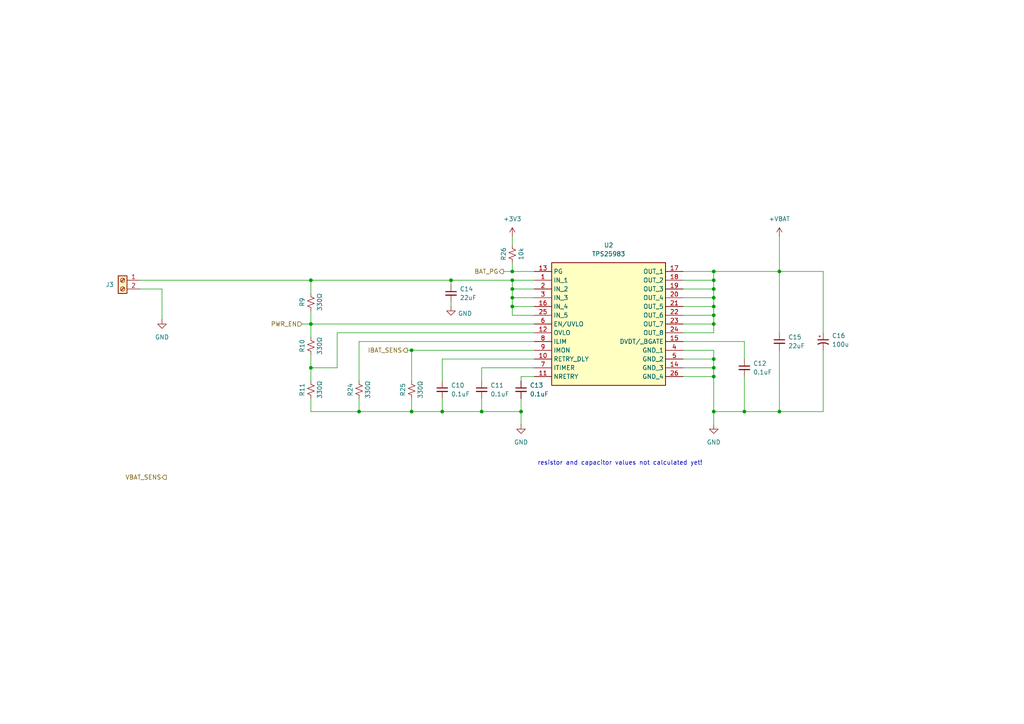
<source format=kicad_sch>
(kicad_sch
	(version 20250114)
	(generator "eeschema")
	(generator_version "9.0")
	(uuid "1f0f4a93-c6cb-4b7a-8cb0-037debc954e5")
	(paper "A4")
	(title_block
		(title "Canard Board")
		(company "Waterloo Rocketry")
		(comment 4 "Processor: See STM Application Note AN5419")
	)
	(lib_symbols
		(symbol "Connector:Screw_Terminal_01x02"
			(pin_names
				(offset 1.016)
				(hide yes)
			)
			(exclude_from_sim no)
			(in_bom yes)
			(on_board yes)
			(property "Reference" "J"
				(at 0 2.54 0)
				(effects
					(font
						(size 1.27 1.27)
					)
				)
			)
			(property "Value" "Screw_Terminal_01x02"
				(at 0 -5.08 0)
				(effects
					(font
						(size 1.27 1.27)
					)
				)
			)
			(property "Footprint" ""
				(at 0 0 0)
				(effects
					(font
						(size 1.27 1.27)
					)
					(hide yes)
				)
			)
			(property "Datasheet" "~"
				(at 0 0 0)
				(effects
					(font
						(size 1.27 1.27)
					)
					(hide yes)
				)
			)
			(property "Description" "Generic screw terminal, single row, 01x02, script generated (kicad-library-utils/schlib/autogen/connector/)"
				(at 0 0 0)
				(effects
					(font
						(size 1.27 1.27)
					)
					(hide yes)
				)
			)
			(property "ki_keywords" "screw terminal"
				(at 0 0 0)
				(effects
					(font
						(size 1.27 1.27)
					)
					(hide yes)
				)
			)
			(property "ki_fp_filters" "TerminalBlock*:*"
				(at 0 0 0)
				(effects
					(font
						(size 1.27 1.27)
					)
					(hide yes)
				)
			)
			(symbol "Screw_Terminal_01x02_1_1"
				(rectangle
					(start -1.27 1.27)
					(end 1.27 -3.81)
					(stroke
						(width 0.254)
						(type default)
					)
					(fill
						(type background)
					)
				)
				(polyline
					(pts
						(xy -0.5334 0.3302) (xy 0.3302 -0.508)
					)
					(stroke
						(width 0.1524)
						(type default)
					)
					(fill
						(type none)
					)
				)
				(polyline
					(pts
						(xy -0.5334 -2.2098) (xy 0.3302 -3.048)
					)
					(stroke
						(width 0.1524)
						(type default)
					)
					(fill
						(type none)
					)
				)
				(polyline
					(pts
						(xy -0.3556 0.508) (xy 0.508 -0.3302)
					)
					(stroke
						(width 0.1524)
						(type default)
					)
					(fill
						(type none)
					)
				)
				(polyline
					(pts
						(xy -0.3556 -2.032) (xy 0.508 -2.8702)
					)
					(stroke
						(width 0.1524)
						(type default)
					)
					(fill
						(type none)
					)
				)
				(circle
					(center 0 0)
					(radius 0.635)
					(stroke
						(width 0.1524)
						(type default)
					)
					(fill
						(type none)
					)
				)
				(circle
					(center 0 -2.54)
					(radius 0.635)
					(stroke
						(width 0.1524)
						(type default)
					)
					(fill
						(type none)
					)
				)
				(pin passive line
					(at -5.08 0 0)
					(length 3.81)
					(name "Pin_1"
						(effects
							(font
								(size 1.27 1.27)
							)
						)
					)
					(number "1"
						(effects
							(font
								(size 1.27 1.27)
							)
						)
					)
				)
				(pin passive line
					(at -5.08 -2.54 0)
					(length 3.81)
					(name "Pin_2"
						(effects
							(font
								(size 1.27 1.27)
							)
						)
					)
					(number "2"
						(effects
							(font
								(size 1.27 1.27)
							)
						)
					)
				)
			)
			(embedded_fonts no)
		)
		(symbol "Device:C_Polarized_Small_US"
			(pin_numbers
				(hide yes)
			)
			(pin_names
				(offset 0.254)
				(hide yes)
			)
			(exclude_from_sim no)
			(in_bom yes)
			(on_board yes)
			(property "Reference" "C"
				(at 0.254 1.778 0)
				(effects
					(font
						(size 1.27 1.27)
					)
					(justify left)
				)
			)
			(property "Value" "C_Polarized_Small_US"
				(at 0.254 -2.032 0)
				(effects
					(font
						(size 1.27 1.27)
					)
					(justify left)
				)
			)
			(property "Footprint" ""
				(at 0 0 0)
				(effects
					(font
						(size 1.27 1.27)
					)
					(hide yes)
				)
			)
			(property "Datasheet" "~"
				(at 0 0 0)
				(effects
					(font
						(size 1.27 1.27)
					)
					(hide yes)
				)
			)
			(property "Description" "Polarized capacitor, small US symbol"
				(at 0 0 0)
				(effects
					(font
						(size 1.27 1.27)
					)
					(hide yes)
				)
			)
			(property "ki_keywords" "cap capacitor"
				(at 0 0 0)
				(effects
					(font
						(size 1.27 1.27)
					)
					(hide yes)
				)
			)
			(property "ki_fp_filters" "CP_*"
				(at 0 0 0)
				(effects
					(font
						(size 1.27 1.27)
					)
					(hide yes)
				)
			)
			(symbol "C_Polarized_Small_US_0_1"
				(polyline
					(pts
						(xy -1.524 0.508) (xy 1.524 0.508)
					)
					(stroke
						(width 0.3048)
						(type default)
					)
					(fill
						(type none)
					)
				)
				(polyline
					(pts
						(xy -1.27 1.524) (xy -0.762 1.524)
					)
					(stroke
						(width 0)
						(type default)
					)
					(fill
						(type none)
					)
				)
				(polyline
					(pts
						(xy -1.016 1.27) (xy -1.016 1.778)
					)
					(stroke
						(width 0)
						(type default)
					)
					(fill
						(type none)
					)
				)
				(arc
					(start -1.524 -0.762)
					(mid 0 -0.3734)
					(end 1.524 -0.762)
					(stroke
						(width 0.3048)
						(type default)
					)
					(fill
						(type none)
					)
				)
			)
			(symbol "C_Polarized_Small_US_1_1"
				(pin passive line
					(at 0 2.54 270)
					(length 2.032)
					(name "~"
						(effects
							(font
								(size 1.27 1.27)
							)
						)
					)
					(number "1"
						(effects
							(font
								(size 1.27 1.27)
							)
						)
					)
				)
				(pin passive line
					(at 0 -2.54 90)
					(length 2.032)
					(name "~"
						(effects
							(font
								(size 1.27 1.27)
							)
						)
					)
					(number "2"
						(effects
							(font
								(size 1.27 1.27)
							)
						)
					)
				)
			)
			(embedded_fonts no)
		)
		(symbol "Device_Custom:C_Small"
			(pin_numbers
				(hide yes)
			)
			(pin_names
				(offset 0.254)
				(hide yes)
			)
			(exclude_from_sim no)
			(in_bom yes)
			(on_board yes)
			(property "Reference" "C"
				(at 0.254 1.778 0)
				(effects
					(font
						(size 1.27 1.27)
					)
					(justify left)
				)
			)
			(property "Value" "C_Small"
				(at 0.254 -2.032 0)
				(effects
					(font
						(size 1.27 1.27)
					)
					(justify left)
				)
			)
			(property "Footprint" ""
				(at 0 0 0)
				(effects
					(font
						(size 1.27 1.27)
					)
					(hide yes)
				)
			)
			(property "Datasheet" "~"
				(at 0 0 0)
				(effects
					(font
						(size 1.27 1.27)
					)
					(hide yes)
				)
			)
			(property "Description" "Unpolarized capacitor, small symbol"
				(at 0 0 0)
				(effects
					(font
						(size 1.27 1.27)
					)
					(hide yes)
				)
			)
			(property "LCSC Part #" ""
				(at 0 0 0)
				(effects
					(font
						(size 1.27 1.27)
					)
					(hide yes)
				)
			)
			(property "ki_keywords" "capacitor cap"
				(at 0 0 0)
				(effects
					(font
						(size 1.27 1.27)
					)
					(hide yes)
				)
			)
			(property "ki_fp_filters" "C_*"
				(at 0 0 0)
				(effects
					(font
						(size 1.27 1.27)
					)
					(hide yes)
				)
			)
			(symbol "C_Small_0_1"
				(polyline
					(pts
						(xy -1.524 0.508) (xy 1.524 0.508)
					)
					(stroke
						(width 0.3048)
						(type default)
					)
					(fill
						(type none)
					)
				)
				(polyline
					(pts
						(xy -1.524 -0.508) (xy 1.524 -0.508)
					)
					(stroke
						(width 0.3302)
						(type default)
					)
					(fill
						(type none)
					)
				)
			)
			(symbol "C_Small_1_1"
				(pin passive line
					(at 0 2.54 270)
					(length 2.032)
					(name "~"
						(effects
							(font
								(size 1.27 1.27)
							)
						)
					)
					(number "1"
						(effects
							(font
								(size 1.27 1.27)
							)
						)
					)
				)
				(pin passive line
					(at 0 -2.54 90)
					(length 2.032)
					(name "~"
						(effects
							(font
								(size 1.27 1.27)
							)
						)
					)
					(number "2"
						(effects
							(font
								(size 1.27 1.27)
							)
						)
					)
				)
			)
			(embedded_fonts no)
		)
		(symbol "Device_Custom:R_Small_US"
			(pin_numbers
				(hide yes)
			)
			(pin_names
				(offset 0.254)
				(hide yes)
			)
			(exclude_from_sim no)
			(in_bom yes)
			(on_board yes)
			(property "Reference" "R"
				(at 0.762 0.508 0)
				(effects
					(font
						(size 1.27 1.27)
					)
					(justify left)
				)
			)
			(property "Value" "R_Small_US"
				(at 0.762 -1.016 0)
				(effects
					(font
						(size 1.27 1.27)
					)
					(justify left)
				)
			)
			(property "Footprint" ""
				(at 0 0 0)
				(effects
					(font
						(size 1.27 1.27)
					)
					(hide yes)
				)
			)
			(property "Datasheet" "~"
				(at 0 0 0)
				(effects
					(font
						(size 1.27 1.27)
					)
					(hide yes)
				)
			)
			(property "Description" "Resistor, small US symbol"
				(at 0 0 0)
				(effects
					(font
						(size 1.27 1.27)
					)
					(hide yes)
				)
			)
			(property "LCSC Part #" ""
				(at 0 0 0)
				(effects
					(font
						(size 1.27 1.27)
					)
					(hide yes)
				)
			)
			(property "ki_keywords" "r resistor"
				(at 0 0 0)
				(effects
					(font
						(size 1.27 1.27)
					)
					(hide yes)
				)
			)
			(property "ki_fp_filters" "R_*"
				(at 0 0 0)
				(effects
					(font
						(size 1.27 1.27)
					)
					(hide yes)
				)
			)
			(symbol "R_Small_US_1_1"
				(polyline
					(pts
						(xy 0 1.524) (xy 1.016 1.143) (xy 0 0.762) (xy -1.016 0.381) (xy 0 0)
					)
					(stroke
						(width 0)
						(type default)
					)
					(fill
						(type none)
					)
				)
				(polyline
					(pts
						(xy 0 0) (xy 1.016 -0.381) (xy 0 -0.762) (xy -1.016 -1.143) (xy 0 -1.524)
					)
					(stroke
						(width 0)
						(type default)
					)
					(fill
						(type none)
					)
				)
				(pin passive line
					(at 0 2.54 270)
					(length 1.016)
					(name "~"
						(effects
							(font
								(size 1.27 1.27)
							)
						)
					)
					(number "1"
						(effects
							(font
								(size 1.27 1.27)
							)
						)
					)
				)
				(pin passive line
					(at 0 -2.54 90)
					(length 1.016)
					(name "~"
						(effects
							(font
								(size 1.27 1.27)
							)
						)
					)
					(number "2"
						(effects
							(font
								(size 1.27 1.27)
							)
						)
					)
				)
			)
			(embedded_fonts no)
		)
		(symbol "canardboard:TPS25983"
			(exclude_from_sim no)
			(in_bom yes)
			(on_board yes)
			(property "Reference" "U"
				(at 17.78 24.13 0)
				(effects
					(font
						(size 1.27 1.27)
					)
					(justify left top)
				)
			)
			(property "Value" "TPS25983"
				(at 17.78 21.59 0)
				(effects
					(font
						(size 1.27 1.27)
					)
					(justify left top)
				)
			)
			(property "Footprint" "TPS259830ONRGER"
				(at 39.37 -94.92 0)
				(effects
					(font
						(size 1.27 1.27)
					)
					(justify left top)
					(hide yes)
				)
			)
			(property "Datasheet" "https://www.ti.com/lit/gpn/tps25983"
				(at 39.37 -194.92 0)
				(effects
					(font
						(size 1.27 1.27)
					)
					(justify left top)
					(hide yes)
				)
			)
			(property "Description" "Hot Swap Voltage Controllers 2.7-V to 26-V, 2.7-mohm 18-A integrated hot-swap eFuse with current monitor and blocking FET driver 24-VQFN -40 to 125"
				(at 0 0 0)
				(effects
					(font
						(size 1.27 1.27)
					)
					(hide yes)
				)
			)
			(property "Height" "1"
				(at 39.37 -394.92 0)
				(effects
					(font
						(size 1.27 1.27)
					)
					(justify left top)
					(hide yes)
				)
			)
			(property "Mouser Part Number" "595-TPS259830ONRGER"
				(at 39.37 -494.92 0)
				(effects
					(font
						(size 1.27 1.27)
					)
					(justify left top)
					(hide yes)
				)
			)
			(property "Mouser Price/Stock" "https://www.mouser.co.uk/ProductDetail/Texas-Instruments/TPS259830ONRGER?qs=ST9lo4GX8V2yYPVZTyti6w%3D%3D"
				(at 39.37 -594.92 0)
				(effects
					(font
						(size 1.27 1.27)
					)
					(justify left top)
					(hide yes)
				)
			)
			(property "Manufacturer_Name" "Texas Instruments"
				(at 39.37 -694.92 0)
				(effects
					(font
						(size 1.27 1.27)
					)
					(justify left top)
					(hide yes)
				)
			)
			(property "Manufacturer_Part_Number" "TPS259830ONRGER"
				(at 39.37 -794.92 0)
				(effects
					(font
						(size 1.27 1.27)
					)
					(justify left top)
					(hide yes)
				)
			)
			(symbol "TPS25983_1_1"
				(rectangle
					(start -16.51 19.05)
					(end 16.51 -16.51)
					(stroke
						(width 0.254)
						(type default)
					)
					(fill
						(type background)
					)
				)
				(pin passive line
					(at -21.59 16.51 0)
					(length 5.08)
					(name "PG"
						(effects
							(font
								(size 1.27 1.27)
							)
						)
					)
					(number "13"
						(effects
							(font
								(size 1.27 1.27)
							)
						)
					)
				)
				(pin passive line
					(at -21.59 13.97 0)
					(length 5.08)
					(name "IN_1"
						(effects
							(font
								(size 1.27 1.27)
							)
						)
					)
					(number "1"
						(effects
							(font
								(size 1.27 1.27)
							)
						)
					)
				)
				(pin passive line
					(at -21.59 11.43 0)
					(length 5.08)
					(name "IN_2"
						(effects
							(font
								(size 1.27 1.27)
							)
						)
					)
					(number "2"
						(effects
							(font
								(size 1.27 1.27)
							)
						)
					)
				)
				(pin passive line
					(at -21.59 8.89 0)
					(length 5.08)
					(name "IN_3"
						(effects
							(font
								(size 1.27 1.27)
							)
						)
					)
					(number "3"
						(effects
							(font
								(size 1.27 1.27)
							)
						)
					)
				)
				(pin passive line
					(at -21.59 6.35 0)
					(length 5.08)
					(name "IN_4"
						(effects
							(font
								(size 1.27 1.27)
							)
						)
					)
					(number "16"
						(effects
							(font
								(size 1.27 1.27)
							)
						)
					)
				)
				(pin passive line
					(at -21.59 3.81 0)
					(length 5.08)
					(name "IN_5"
						(effects
							(font
								(size 1.27 1.27)
							)
						)
					)
					(number "25"
						(effects
							(font
								(size 1.27 1.27)
							)
						)
					)
				)
				(pin passive line
					(at -21.59 1.27 0)
					(length 5.08)
					(name "EN/UVLO"
						(effects
							(font
								(size 1.27 1.27)
							)
						)
					)
					(number "6"
						(effects
							(font
								(size 1.27 1.27)
							)
						)
					)
				)
				(pin passive line
					(at -21.59 -1.27 0)
					(length 5.08)
					(name "OVLO"
						(effects
							(font
								(size 1.27 1.27)
							)
						)
					)
					(number "12"
						(effects
							(font
								(size 1.27 1.27)
							)
						)
					)
				)
				(pin passive line
					(at -21.59 -3.81 0)
					(length 5.08)
					(name "ILIM"
						(effects
							(font
								(size 1.27 1.27)
							)
						)
					)
					(number "8"
						(effects
							(font
								(size 1.27 1.27)
							)
						)
					)
				)
				(pin passive line
					(at -21.59 -6.35 0)
					(length 5.08)
					(name "IMON"
						(effects
							(font
								(size 1.27 1.27)
							)
						)
					)
					(number "9"
						(effects
							(font
								(size 1.27 1.27)
							)
						)
					)
				)
				(pin passive line
					(at -21.59 -8.89 0)
					(length 5.08)
					(name "RETRY_DLY"
						(effects
							(font
								(size 1.27 1.27)
							)
						)
					)
					(number "10"
						(effects
							(font
								(size 1.27 1.27)
							)
						)
					)
				)
				(pin passive line
					(at -21.59 -11.43 0)
					(length 5.08)
					(name "ITIMER"
						(effects
							(font
								(size 1.27 1.27)
							)
						)
					)
					(number "7"
						(effects
							(font
								(size 1.27 1.27)
							)
						)
					)
				)
				(pin passive line
					(at -21.59 -13.97 0)
					(length 5.08)
					(name "NRETRY"
						(effects
							(font
								(size 1.27 1.27)
							)
						)
					)
					(number "11"
						(effects
							(font
								(size 1.27 1.27)
							)
						)
					)
				)
				(pin passive line
					(at 21.59 16.51 180)
					(length 5.08)
					(name "OUT_1"
						(effects
							(font
								(size 1.27 1.27)
							)
						)
					)
					(number "17"
						(effects
							(font
								(size 1.27 1.27)
							)
						)
					)
				)
				(pin passive line
					(at 21.59 13.97 180)
					(length 5.08)
					(name "OUT_2"
						(effects
							(font
								(size 1.27 1.27)
							)
						)
					)
					(number "18"
						(effects
							(font
								(size 1.27 1.27)
							)
						)
					)
				)
				(pin passive line
					(at 21.59 11.43 180)
					(length 5.08)
					(name "OUT_3"
						(effects
							(font
								(size 1.27 1.27)
							)
						)
					)
					(number "19"
						(effects
							(font
								(size 1.27 1.27)
							)
						)
					)
				)
				(pin passive line
					(at 21.59 8.89 180)
					(length 5.08)
					(name "OUT_4"
						(effects
							(font
								(size 1.27 1.27)
							)
						)
					)
					(number "20"
						(effects
							(font
								(size 1.27 1.27)
							)
						)
					)
				)
				(pin passive line
					(at 21.59 6.35 180)
					(length 5.08)
					(name "OUT_5"
						(effects
							(font
								(size 1.27 1.27)
							)
						)
					)
					(number "21"
						(effects
							(font
								(size 1.27 1.27)
							)
						)
					)
				)
				(pin passive line
					(at 21.59 3.81 180)
					(length 5.08)
					(name "OUT_6"
						(effects
							(font
								(size 1.27 1.27)
							)
						)
					)
					(number "22"
						(effects
							(font
								(size 1.27 1.27)
							)
						)
					)
				)
				(pin passive line
					(at 21.59 1.27 180)
					(length 5.08)
					(name "OUT_7"
						(effects
							(font
								(size 1.27 1.27)
							)
						)
					)
					(number "23"
						(effects
							(font
								(size 1.27 1.27)
							)
						)
					)
				)
				(pin passive line
					(at 21.59 -1.27 180)
					(length 5.08)
					(name "OUT_8"
						(effects
							(font
								(size 1.27 1.27)
							)
						)
					)
					(number "24"
						(effects
							(font
								(size 1.27 1.27)
							)
						)
					)
				)
				(pin passive line
					(at 21.59 -3.81 180)
					(length 5.08)
					(name "DVDT/_BGATE"
						(effects
							(font
								(size 1.27 1.27)
							)
						)
					)
					(number "15"
						(effects
							(font
								(size 1.27 1.27)
							)
						)
					)
				)
				(pin passive line
					(at 21.59 -6.35 180)
					(length 5.08)
					(name "GND_1"
						(effects
							(font
								(size 1.27 1.27)
							)
						)
					)
					(number "4"
						(effects
							(font
								(size 1.27 1.27)
							)
						)
					)
				)
				(pin passive line
					(at 21.59 -8.89 180)
					(length 5.08)
					(name "GND_2"
						(effects
							(font
								(size 1.27 1.27)
							)
						)
					)
					(number "5"
						(effects
							(font
								(size 1.27 1.27)
							)
						)
					)
				)
				(pin passive line
					(at 21.59 -11.43 180)
					(length 5.08)
					(name "GND_3"
						(effects
							(font
								(size 1.27 1.27)
							)
						)
					)
					(number "14"
						(effects
							(font
								(size 1.27 1.27)
							)
						)
					)
				)
				(pin passive line
					(at 21.59 -13.97 180)
					(length 5.08)
					(name "GND_4"
						(effects
							(font
								(size 1.27 1.27)
							)
						)
					)
					(number "26"
						(effects
							(font
								(size 1.27 1.27)
							)
						)
					)
				)
			)
			(embedded_fonts no)
		)
		(symbol "power:+3V3"
			(power)
			(pin_numbers
				(hide yes)
			)
			(pin_names
				(offset 0)
				(hide yes)
			)
			(exclude_from_sim no)
			(in_bom yes)
			(on_board yes)
			(property "Reference" "#PWR"
				(at 0 -3.81 0)
				(effects
					(font
						(size 1.27 1.27)
					)
					(hide yes)
				)
			)
			(property "Value" "+3V3"
				(at 0 3.556 0)
				(effects
					(font
						(size 1.27 1.27)
					)
				)
			)
			(property "Footprint" ""
				(at 0 0 0)
				(effects
					(font
						(size 1.27 1.27)
					)
					(hide yes)
				)
			)
			(property "Datasheet" ""
				(at 0 0 0)
				(effects
					(font
						(size 1.27 1.27)
					)
					(hide yes)
				)
			)
			(property "Description" "Power symbol creates a global label with name \"+3V3\""
				(at 0 0 0)
				(effects
					(font
						(size 1.27 1.27)
					)
					(hide yes)
				)
			)
			(property "ki_keywords" "global power"
				(at 0 0 0)
				(effects
					(font
						(size 1.27 1.27)
					)
					(hide yes)
				)
			)
			(symbol "+3V3_0_1"
				(polyline
					(pts
						(xy -0.762 1.27) (xy 0 2.54)
					)
					(stroke
						(width 0)
						(type default)
					)
					(fill
						(type none)
					)
				)
				(polyline
					(pts
						(xy 0 2.54) (xy 0.762 1.27)
					)
					(stroke
						(width 0)
						(type default)
					)
					(fill
						(type none)
					)
				)
				(polyline
					(pts
						(xy 0 0) (xy 0 2.54)
					)
					(stroke
						(width 0)
						(type default)
					)
					(fill
						(type none)
					)
				)
			)
			(symbol "+3V3_1_1"
				(pin power_in line
					(at 0 0 90)
					(length 0)
					(name "~"
						(effects
							(font
								(size 1.27 1.27)
							)
						)
					)
					(number "1"
						(effects
							(font
								(size 1.27 1.27)
							)
						)
					)
				)
			)
			(embedded_fonts no)
		)
		(symbol "power:GND"
			(power)
			(pin_numbers
				(hide yes)
			)
			(pin_names
				(offset 0)
				(hide yes)
			)
			(exclude_from_sim no)
			(in_bom yes)
			(on_board yes)
			(property "Reference" "#PWR"
				(at 0 -6.35 0)
				(effects
					(font
						(size 1.27 1.27)
					)
					(hide yes)
				)
			)
			(property "Value" "GND"
				(at 0 -3.81 0)
				(effects
					(font
						(size 1.27 1.27)
					)
				)
			)
			(property "Footprint" ""
				(at 0 0 0)
				(effects
					(font
						(size 1.27 1.27)
					)
					(hide yes)
				)
			)
			(property "Datasheet" ""
				(at 0 0 0)
				(effects
					(font
						(size 1.27 1.27)
					)
					(hide yes)
				)
			)
			(property "Description" "Power symbol creates a global label with name \"GND\" , ground"
				(at 0 0 0)
				(effects
					(font
						(size 1.27 1.27)
					)
					(hide yes)
				)
			)
			(property "ki_keywords" "global power"
				(at 0 0 0)
				(effects
					(font
						(size 1.27 1.27)
					)
					(hide yes)
				)
			)
			(symbol "GND_0_1"
				(polyline
					(pts
						(xy 0 0) (xy 0 -1.27) (xy 1.27 -1.27) (xy 0 -2.54) (xy -1.27 -1.27) (xy 0 -1.27)
					)
					(stroke
						(width 0)
						(type default)
					)
					(fill
						(type none)
					)
				)
			)
			(symbol "GND_1_1"
				(pin power_in line
					(at 0 0 270)
					(length 0)
					(name "~"
						(effects
							(font
								(size 1.27 1.27)
							)
						)
					)
					(number "1"
						(effects
							(font
								(size 1.27 1.27)
							)
						)
					)
				)
			)
			(embedded_fonts no)
		)
	)
	(text "resistor and capacitor values not calculated yet!"
		(exclude_from_sim no)
		(at 179.832 134.366 0)
		(effects
			(font
				(size 1.27 1.27)
			)
		)
		(uuid "0ff316d0-12e7-43f6-a681-1b8ed77ffec9")
	)
	(junction
		(at 128.27 119.38)
		(diameter 0)
		(color 0 0 0 0)
		(uuid "0788ab7f-419e-429a-8484-4b0a64a14126")
	)
	(junction
		(at 119.38 119.38)
		(diameter 0)
		(color 0 0 0 0)
		(uuid "0c0b6efc-c851-42e7-82ae-e4d09b79dcdc")
	)
	(junction
		(at 90.17 106.68)
		(diameter 0)
		(color 0 0 0 0)
		(uuid "0cc9307e-2966-4434-b6b7-a86e436e4ecc")
	)
	(junction
		(at 148.59 86.36)
		(diameter 0)
		(color 0 0 0 0)
		(uuid "0d955e82-9509-4c31-bfcf-425d037897f6")
	)
	(junction
		(at 104.14 119.38)
		(diameter 0)
		(color 0 0 0 0)
		(uuid "13ca6371-5012-4d94-89ef-a885ecf5b112")
	)
	(junction
		(at 90.17 93.98)
		(diameter 0)
		(color 0 0 0 0)
		(uuid "23eb7ccc-f6c8-47d7-b5c7-cd1fee012684")
	)
	(junction
		(at 226.06 78.74)
		(diameter 0)
		(color 0 0 0 0)
		(uuid "242e2571-5cf1-4950-aeff-15f57316a030")
	)
	(junction
		(at 207.01 81.28)
		(diameter 0)
		(color 0 0 0 0)
		(uuid "25ef312e-d099-4f6d-983b-34551e0323a3")
	)
	(junction
		(at 119.38 101.6)
		(diameter 0)
		(color 0 0 0 0)
		(uuid "2f9f5cea-e566-4643-97aa-24c3a27d3b5b")
	)
	(junction
		(at 139.7 119.38)
		(diameter 0)
		(color 0 0 0 0)
		(uuid "3e9ef96d-9105-4bfc-b918-2b58aef298de")
	)
	(junction
		(at 148.59 78.74)
		(diameter 0)
		(color 0 0 0 0)
		(uuid "48e9534c-e206-463d-91da-3a2f8d37b8e6")
	)
	(junction
		(at 207.01 78.74)
		(diameter 0)
		(color 0 0 0 0)
		(uuid "4af0ce08-30d4-4ae3-95b6-03bfc4c083ae")
	)
	(junction
		(at 207.01 83.82)
		(diameter 0)
		(color 0 0 0 0)
		(uuid "511163f9-2a6e-43bd-8158-bc17cf0e55cb")
	)
	(junction
		(at 90.17 81.28)
		(diameter 0)
		(color 0 0 0 0)
		(uuid "6b8e2978-3ba7-4939-be83-09e21cda999c")
	)
	(junction
		(at 207.01 119.38)
		(diameter 0)
		(color 0 0 0 0)
		(uuid "6ebedead-88fe-444f-bf32-84760e774ba3")
	)
	(junction
		(at 226.06 119.38)
		(diameter 0)
		(color 0 0 0 0)
		(uuid "85ab6587-7dd4-4668-9193-f2bd6f808101")
	)
	(junction
		(at 207.01 86.36)
		(diameter 0)
		(color 0 0 0 0)
		(uuid "871ed1ba-1193-4cd5-82a3-fba530fd9fe3")
	)
	(junction
		(at 207.01 91.44)
		(diameter 0)
		(color 0 0 0 0)
		(uuid "8aa30fc6-a52b-45d2-a21c-2a052e490c52")
	)
	(junction
		(at 148.59 88.9)
		(diameter 0)
		(color 0 0 0 0)
		(uuid "8bc601b8-7b1a-4fbf-8341-9487260c0bc5")
	)
	(junction
		(at 215.9 119.38)
		(diameter 0)
		(color 0 0 0 0)
		(uuid "8ea79f00-08fc-4cf4-8732-74e178cf5c90")
	)
	(junction
		(at 148.59 83.82)
		(diameter 0)
		(color 0 0 0 0)
		(uuid "996ad394-9de0-4ef3-adf7-b71db154df60")
	)
	(junction
		(at 148.59 81.28)
		(diameter 0)
		(color 0 0 0 0)
		(uuid "a884a178-12bb-4a07-b9d8-5364ccfc3b1c")
	)
	(junction
		(at 207.01 93.98)
		(diameter 0)
		(color 0 0 0 0)
		(uuid "a978703f-4bda-49b9-a769-28637c388df7")
	)
	(junction
		(at 207.01 109.22)
		(diameter 0)
		(color 0 0 0 0)
		(uuid "b966916e-ca79-44cc-a217-55b5036ff825")
	)
	(junction
		(at 151.13 119.38)
		(diameter 0)
		(color 0 0 0 0)
		(uuid "c2d102a8-a009-4d85-a775-da7f2fe3603d")
	)
	(junction
		(at 207.01 104.14)
		(diameter 0)
		(color 0 0 0 0)
		(uuid "c320e287-997b-439c-bde8-d25a68ef2fc6")
	)
	(junction
		(at 130.81 81.28)
		(diameter 0)
		(color 0 0 0 0)
		(uuid "df9156f2-b021-404f-ab3d-e96aa9032ded")
	)
	(junction
		(at 207.01 88.9)
		(diameter 0)
		(color 0 0 0 0)
		(uuid "e64ddb2d-67af-4c48-a3c6-e1d7b0d000c3")
	)
	(junction
		(at 207.01 106.68)
		(diameter 0)
		(color 0 0 0 0)
		(uuid "f60db8f8-c5f6-4f73-ad9f-46276f02d480")
	)
	(wire
		(pts
			(xy 40.64 81.28) (xy 90.17 81.28)
		)
		(stroke
			(width 0)
			(type default)
		)
		(uuid "017d3068-42ea-4fbb-b0a8-c9980bb84c79")
	)
	(wire
		(pts
			(xy 104.14 99.06) (xy 154.94 99.06)
		)
		(stroke
			(width 0)
			(type default)
		)
		(uuid "0f6918c1-27f5-4e37-9d95-249df57fe8bc")
	)
	(wire
		(pts
			(xy 207.01 88.9) (xy 207.01 86.36)
		)
		(stroke
			(width 0)
			(type default)
		)
		(uuid "11c8e30c-d12a-4fff-b47b-7c755b9297b9")
	)
	(wire
		(pts
			(xy 148.59 68.58) (xy 148.59 71.12)
		)
		(stroke
			(width 0)
			(type default)
		)
		(uuid "11d44fbf-ebfc-4ba9-bc8f-d940d93ddfdf")
	)
	(wire
		(pts
			(xy 226.06 68.58) (xy 226.06 78.74)
		)
		(stroke
			(width 0)
			(type default)
		)
		(uuid "133f4cf3-8257-4443-92f6-07110d7d6cfe")
	)
	(wire
		(pts
			(xy 198.12 93.98) (xy 207.01 93.98)
		)
		(stroke
			(width 0)
			(type default)
		)
		(uuid "1350e812-7d92-4d52-a1ca-63cb0bc81de7")
	)
	(wire
		(pts
			(xy 198.12 99.06) (xy 215.9 99.06)
		)
		(stroke
			(width 0)
			(type default)
		)
		(uuid "19038807-b122-44c9-852c-ca1d00081518")
	)
	(wire
		(pts
			(xy 148.59 76.2) (xy 148.59 78.74)
		)
		(stroke
			(width 0)
			(type default)
		)
		(uuid "19aa1bbe-9a85-495c-9429-34167ea597f2")
	)
	(wire
		(pts
			(xy 154.94 96.52) (xy 97.79 96.52)
		)
		(stroke
			(width 0)
			(type default)
		)
		(uuid "22ae7cc6-9f4f-4dc1-b102-fd2f07f14d1f")
	)
	(wire
		(pts
			(xy 139.7 115.57) (xy 139.7 119.38)
		)
		(stroke
			(width 0)
			(type default)
		)
		(uuid "256763d4-827d-4963-b669-9ab013fe7918")
	)
	(wire
		(pts
			(xy 104.14 119.38) (xy 90.17 119.38)
		)
		(stroke
			(width 0)
			(type default)
		)
		(uuid "28106497-91e4-4440-a951-715df128a41a")
	)
	(wire
		(pts
			(xy 198.12 96.52) (xy 207.01 96.52)
		)
		(stroke
			(width 0)
			(type default)
		)
		(uuid "29580d53-c46d-459f-9671-0a52b90cd346")
	)
	(wire
		(pts
			(xy 97.79 106.68) (xy 90.17 106.68)
		)
		(stroke
			(width 0)
			(type default)
		)
		(uuid "2e5dce78-88b0-4511-80cd-011f25997627")
	)
	(wire
		(pts
			(xy 90.17 93.98) (xy 90.17 97.79)
		)
		(stroke
			(width 0)
			(type default)
		)
		(uuid "31fe603c-e1d0-4ed5-ae01-fe0ce72d80e2")
	)
	(wire
		(pts
			(xy 154.94 83.82) (xy 148.59 83.82)
		)
		(stroke
			(width 0)
			(type default)
		)
		(uuid "382b0eca-96d5-4d48-b9a9-982ea648748c")
	)
	(wire
		(pts
			(xy 207.01 78.74) (xy 226.06 78.74)
		)
		(stroke
			(width 0)
			(type default)
		)
		(uuid "38946d4d-bf51-4874-ba3e-1cafe39614e8")
	)
	(wire
		(pts
			(xy 90.17 81.28) (xy 90.17 85.09)
		)
		(stroke
			(width 0)
			(type default)
		)
		(uuid "435820d7-2889-4b82-b7b2-5125bbab4272")
	)
	(wire
		(pts
			(xy 139.7 106.68) (xy 139.7 110.49)
		)
		(stroke
			(width 0)
			(type default)
		)
		(uuid "450425d3-5b35-4ada-9f7b-2325e04cb988")
	)
	(wire
		(pts
			(xy 128.27 104.14) (xy 154.94 104.14)
		)
		(stroke
			(width 0)
			(type default)
		)
		(uuid "46728714-2bd6-44e5-970b-1b19a88cc963")
	)
	(wire
		(pts
			(xy 130.81 81.28) (xy 130.81 82.55)
		)
		(stroke
			(width 0)
			(type default)
		)
		(uuid "477cb9d6-98e6-41a7-9ec9-ab3c3138786c")
	)
	(wire
		(pts
			(xy 198.12 104.14) (xy 207.01 104.14)
		)
		(stroke
			(width 0)
			(type default)
		)
		(uuid "481732cd-fe8c-4031-a39e-04ce98fd5ca8")
	)
	(wire
		(pts
			(xy 40.64 83.82) (xy 46.99 83.82)
		)
		(stroke
			(width 0)
			(type default)
		)
		(uuid "490a229b-c680-42f4-b48d-f39de7d363dc")
	)
	(wire
		(pts
			(xy 238.76 101.6) (xy 238.76 119.38)
		)
		(stroke
			(width 0)
			(type default)
		)
		(uuid "4947fcaa-404b-4725-a107-bf638bb4eaf3")
	)
	(wire
		(pts
			(xy 154.94 88.9) (xy 148.59 88.9)
		)
		(stroke
			(width 0)
			(type default)
		)
		(uuid "49672678-8235-4a9f-b98d-e8b86d1c0d87")
	)
	(wire
		(pts
			(xy 87.63 93.98) (xy 90.17 93.98)
		)
		(stroke
			(width 0)
			(type default)
		)
		(uuid "4e08b705-0903-46e9-8983-100f2d456a5f")
	)
	(wire
		(pts
			(xy 119.38 115.57) (xy 119.38 119.38)
		)
		(stroke
			(width 0)
			(type default)
		)
		(uuid "4e7436d6-fa24-4674-969b-90b1b5f094d7")
	)
	(wire
		(pts
			(xy 215.9 119.38) (xy 207.01 119.38)
		)
		(stroke
			(width 0)
			(type default)
		)
		(uuid "4ff69673-e8ea-4628-9b24-e93bc5a5fd60")
	)
	(wire
		(pts
			(xy 154.94 86.36) (xy 148.59 86.36)
		)
		(stroke
			(width 0)
			(type default)
		)
		(uuid "50753812-c104-4623-a2a9-51c143336cea")
	)
	(wire
		(pts
			(xy 198.12 91.44) (xy 207.01 91.44)
		)
		(stroke
			(width 0)
			(type default)
		)
		(uuid "518ba87d-ebf6-4331-bb25-8af2ac5f86e6")
	)
	(wire
		(pts
			(xy 146.05 78.74) (xy 148.59 78.74)
		)
		(stroke
			(width 0)
			(type default)
		)
		(uuid "51db51b0-dff1-4197-876a-9482238c4960")
	)
	(wire
		(pts
			(xy 139.7 119.38) (xy 128.27 119.38)
		)
		(stroke
			(width 0)
			(type default)
		)
		(uuid "546ff847-158f-4368-8f99-fed439953c7b")
	)
	(wire
		(pts
			(xy 238.76 119.38) (xy 226.06 119.38)
		)
		(stroke
			(width 0)
			(type default)
		)
		(uuid "55066a54-8bea-456f-ba1c-818b49e0f890")
	)
	(wire
		(pts
			(xy 207.01 106.68) (xy 207.01 109.22)
		)
		(stroke
			(width 0)
			(type default)
		)
		(uuid "56470bf4-b602-45c4-a1a4-296e0a063199")
	)
	(wire
		(pts
			(xy 128.27 115.57) (xy 128.27 119.38)
		)
		(stroke
			(width 0)
			(type default)
		)
		(uuid "5a3d86ea-21c8-438c-b607-bab23c375e2c")
	)
	(wire
		(pts
			(xy 154.94 91.44) (xy 148.59 91.44)
		)
		(stroke
			(width 0)
			(type default)
		)
		(uuid "63c3709e-3b9d-484e-bb31-afac1633e1d1")
	)
	(wire
		(pts
			(xy 151.13 109.22) (xy 151.13 110.49)
		)
		(stroke
			(width 0)
			(type default)
		)
		(uuid "64fd171b-4d85-4eeb-a741-2e76e39c560c")
	)
	(wire
		(pts
			(xy 46.99 83.82) (xy 46.99 92.71)
		)
		(stroke
			(width 0)
			(type default)
		)
		(uuid "6ab6322c-574c-47dd-bf6c-4c521a6207b5")
	)
	(wire
		(pts
			(xy 207.01 104.14) (xy 207.01 106.68)
		)
		(stroke
			(width 0)
			(type default)
		)
		(uuid "6d722cea-bcd8-48cc-a519-0e114c8dbd91")
	)
	(wire
		(pts
			(xy 238.76 78.74) (xy 226.06 78.74)
		)
		(stroke
			(width 0)
			(type default)
		)
		(uuid "6f85d7cb-0da6-49b3-97cc-e92b003d4acd")
	)
	(wire
		(pts
			(xy 148.59 81.28) (xy 154.94 81.28)
		)
		(stroke
			(width 0)
			(type default)
		)
		(uuid "71449234-6c9c-4d73-a967-fa52df750f23")
	)
	(wire
		(pts
			(xy 207.01 109.22) (xy 207.01 119.38)
		)
		(stroke
			(width 0)
			(type default)
		)
		(uuid "741d0e62-94c2-42da-a046-8b17a8e9a8f6")
	)
	(wire
		(pts
			(xy 119.38 110.49) (xy 119.38 101.6)
		)
		(stroke
			(width 0)
			(type default)
		)
		(uuid "74927069-14a7-4842-97dd-d571df152c2d")
	)
	(wire
		(pts
			(xy 154.94 78.74) (xy 148.59 78.74)
		)
		(stroke
			(width 0)
			(type default)
		)
		(uuid "76fb7563-e536-456c-9219-d0efb9b69379")
	)
	(wire
		(pts
			(xy 215.9 119.38) (xy 226.06 119.38)
		)
		(stroke
			(width 0)
			(type default)
		)
		(uuid "778a908e-ffa1-456b-ab27-8c4a15bffad9")
	)
	(wire
		(pts
			(xy 119.38 101.6) (xy 154.94 101.6)
		)
		(stroke
			(width 0)
			(type default)
		)
		(uuid "78ce9427-0ac4-49b3-a544-47588f63cfff")
	)
	(wire
		(pts
			(xy 198.12 83.82) (xy 207.01 83.82)
		)
		(stroke
			(width 0)
			(type default)
		)
		(uuid "79e87bd4-ce9d-478c-878e-eb93d4f18ee9")
	)
	(wire
		(pts
			(xy 215.9 109.22) (xy 215.9 119.38)
		)
		(stroke
			(width 0)
			(type default)
		)
		(uuid "7a6d69b8-58d2-456a-9c59-b74fab79ba90")
	)
	(wire
		(pts
			(xy 148.59 91.44) (xy 148.59 88.9)
		)
		(stroke
			(width 0)
			(type default)
		)
		(uuid "7d3707f3-5ffb-43bb-90bd-e51c0e017fa2")
	)
	(wire
		(pts
			(xy 238.76 96.52) (xy 238.76 78.74)
		)
		(stroke
			(width 0)
			(type default)
		)
		(uuid "80aa141b-00ec-4d71-a252-2817ee298031")
	)
	(wire
		(pts
			(xy 207.01 81.28) (xy 207.01 78.74)
		)
		(stroke
			(width 0)
			(type default)
		)
		(uuid "813a12ef-c522-4f27-9532-bcfc6ade2ede")
	)
	(wire
		(pts
			(xy 207.01 91.44) (xy 207.01 88.9)
		)
		(stroke
			(width 0)
			(type default)
		)
		(uuid "85b6c193-dab9-49d1-a670-d24727a9d399")
	)
	(wire
		(pts
			(xy 207.01 78.74) (xy 198.12 78.74)
		)
		(stroke
			(width 0)
			(type default)
		)
		(uuid "86139769-e09a-4d82-9396-ec9b8af5c440")
	)
	(wire
		(pts
			(xy 207.01 96.52) (xy 207.01 93.98)
		)
		(stroke
			(width 0)
			(type default)
		)
		(uuid "870ad415-f9e6-46e1-8b5c-1e7c74940268")
	)
	(wire
		(pts
			(xy 90.17 93.98) (xy 154.94 93.98)
		)
		(stroke
			(width 0)
			(type default)
		)
		(uuid "8761ace2-3e3e-4745-aaa4-80563825ba1c")
	)
	(wire
		(pts
			(xy 207.01 119.38) (xy 207.01 123.19)
		)
		(stroke
			(width 0)
			(type default)
		)
		(uuid "8f2990fb-4758-461d-8e3f-531a90f9d269")
	)
	(wire
		(pts
			(xy 151.13 119.38) (xy 151.13 123.19)
		)
		(stroke
			(width 0)
			(type default)
		)
		(uuid "9120b2eb-54dd-472f-be86-d24a1fd865bf")
	)
	(wire
		(pts
			(xy 148.59 81.28) (xy 148.59 83.82)
		)
		(stroke
			(width 0)
			(type default)
		)
		(uuid "929c4e8c-16bb-4b50-b603-f73a1a7c10b3")
	)
	(wire
		(pts
			(xy 207.01 93.98) (xy 207.01 91.44)
		)
		(stroke
			(width 0)
			(type default)
		)
		(uuid "92f82ef4-a7eb-480c-9ef6-c3ddc245152d")
	)
	(wire
		(pts
			(xy 90.17 90.17) (xy 90.17 93.98)
		)
		(stroke
			(width 0)
			(type default)
		)
		(uuid "934e5458-8847-4287-ab27-75e63d12489c")
	)
	(wire
		(pts
			(xy 207.01 86.36) (xy 207.01 83.82)
		)
		(stroke
			(width 0)
			(type default)
		)
		(uuid "954d1741-2e62-4d78-8797-4012b970ff6b")
	)
	(wire
		(pts
			(xy 130.81 87.63) (xy 130.81 88.9)
		)
		(stroke
			(width 0)
			(type default)
		)
		(uuid "96e9412e-f3a2-4774-8feb-6ed7f8a1c90f")
	)
	(wire
		(pts
			(xy 90.17 81.28) (xy 130.81 81.28)
		)
		(stroke
			(width 0)
			(type default)
		)
		(uuid "9b0c7548-06bf-44d5-87a7-9a6695ec3d01")
	)
	(wire
		(pts
			(xy 151.13 119.38) (xy 139.7 119.38)
		)
		(stroke
			(width 0)
			(type default)
		)
		(uuid "9f222eb4-b5ce-48d1-b98d-d909696efa81")
	)
	(wire
		(pts
			(xy 148.59 86.36) (xy 148.59 88.9)
		)
		(stroke
			(width 0)
			(type default)
		)
		(uuid "a1cda598-55b9-41fe-bcfa-67fca91ae1a6")
	)
	(wire
		(pts
			(xy 198.12 109.22) (xy 207.01 109.22)
		)
		(stroke
			(width 0)
			(type default)
		)
		(uuid "a74fb539-c4fe-4193-a3fc-2ca8426bc24f")
	)
	(wire
		(pts
			(xy 215.9 99.06) (xy 215.9 104.14)
		)
		(stroke
			(width 0)
			(type default)
		)
		(uuid "a9260890-c541-4efe-824b-f874e58bfa39")
	)
	(wire
		(pts
			(xy 198.12 86.36) (xy 207.01 86.36)
		)
		(stroke
			(width 0)
			(type default)
		)
		(uuid "acbf3a4f-d11f-481e-907c-c2f2d153c910")
	)
	(wire
		(pts
			(xy 198.12 101.6) (xy 207.01 101.6)
		)
		(stroke
			(width 0)
			(type default)
		)
		(uuid "ad05482c-0e62-4c87-b387-3b5469a86a8e")
	)
	(wire
		(pts
			(xy 207.01 101.6) (xy 207.01 104.14)
		)
		(stroke
			(width 0)
			(type default)
		)
		(uuid "aec09521-1efd-4189-8c55-55cc810d0209")
	)
	(wire
		(pts
			(xy 118.11 101.6) (xy 119.38 101.6)
		)
		(stroke
			(width 0)
			(type default)
		)
		(uuid "b3c6f280-d362-4f71-84cf-7617568f6b8f")
	)
	(wire
		(pts
			(xy 104.14 110.49) (xy 104.14 99.06)
		)
		(stroke
			(width 0)
			(type default)
		)
		(uuid "b92e3fcd-a196-4144-b47d-3154881832fa")
	)
	(wire
		(pts
			(xy 198.12 106.68) (xy 207.01 106.68)
		)
		(stroke
			(width 0)
			(type default)
		)
		(uuid "be583d18-5619-41c6-84fa-fb8417f5ba79")
	)
	(wire
		(pts
			(xy 198.12 81.28) (xy 207.01 81.28)
		)
		(stroke
			(width 0)
			(type default)
		)
		(uuid "c64c4e4f-04e1-4ad4-9b0c-c404e7acae15")
	)
	(wire
		(pts
			(xy 154.94 106.68) (xy 139.7 106.68)
		)
		(stroke
			(width 0)
			(type default)
		)
		(uuid "c78bd020-cb07-4140-9422-057d9f56c329")
	)
	(wire
		(pts
			(xy 151.13 115.57) (xy 151.13 119.38)
		)
		(stroke
			(width 0)
			(type default)
		)
		(uuid "c918e0ef-d90f-4ba7-9efd-dc7b24dd7835")
	)
	(wire
		(pts
			(xy 97.79 96.52) (xy 97.79 106.68)
		)
		(stroke
			(width 0)
			(type default)
		)
		(uuid "cbc4c2a9-8a41-4acd-addd-a6985c65e353")
	)
	(wire
		(pts
			(xy 130.81 81.28) (xy 148.59 81.28)
		)
		(stroke
			(width 0)
			(type default)
		)
		(uuid "cc153ccb-c820-4a94-86dc-6d616fd4109b")
	)
	(wire
		(pts
			(xy 128.27 110.49) (xy 128.27 104.14)
		)
		(stroke
			(width 0)
			(type default)
		)
		(uuid "ce2a7d8e-1419-4fc0-9561-45e7efa314ea")
	)
	(wire
		(pts
			(xy 226.06 78.74) (xy 226.06 96.52)
		)
		(stroke
			(width 0)
			(type default)
		)
		(uuid "d301416b-07d6-4db0-b681-049bfd5ecf8d")
	)
	(wire
		(pts
			(xy 90.17 115.57) (xy 90.17 119.38)
		)
		(stroke
			(width 0)
			(type default)
		)
		(uuid "ddf980b1-d29c-48a1-b4cf-01a64964e30b")
	)
	(wire
		(pts
			(xy 148.59 83.82) (xy 148.59 86.36)
		)
		(stroke
			(width 0)
			(type default)
		)
		(uuid "de380452-eb6e-4481-ad74-660b100a2a00")
	)
	(wire
		(pts
			(xy 226.06 101.6) (xy 226.06 119.38)
		)
		(stroke
			(width 0)
			(type default)
		)
		(uuid "de3a9ee0-19f0-4689-8585-ccd0e4463beb")
	)
	(wire
		(pts
			(xy 104.14 115.57) (xy 104.14 119.38)
		)
		(stroke
			(width 0)
			(type default)
		)
		(uuid "dfea2555-7bd4-4760-8256-1e7f8be1b6f2")
	)
	(wire
		(pts
			(xy 104.14 119.38) (xy 119.38 119.38)
		)
		(stroke
			(width 0)
			(type default)
		)
		(uuid "e3e9fedb-7081-4c10-808c-cd182d6ac867")
	)
	(wire
		(pts
			(xy 128.27 119.38) (xy 119.38 119.38)
		)
		(stroke
			(width 0)
			(type default)
		)
		(uuid "e4466f7b-36da-4ad3-8766-7b3dc1975ad6")
	)
	(wire
		(pts
			(xy 207.01 83.82) (xy 207.01 81.28)
		)
		(stroke
			(width 0)
			(type default)
		)
		(uuid "e484cce0-6061-4b03-affe-9a5763e7bf09")
	)
	(wire
		(pts
			(xy 90.17 106.68) (xy 90.17 110.49)
		)
		(stroke
			(width 0)
			(type default)
		)
		(uuid "e9a4e9a8-2abd-40d9-9247-702d8478918a")
	)
	(wire
		(pts
			(xy 154.94 109.22) (xy 151.13 109.22)
		)
		(stroke
			(width 0)
			(type default)
		)
		(uuid "f8525e63-4b71-43bb-80a9-000d14448485")
	)
	(wire
		(pts
			(xy 198.12 88.9) (xy 207.01 88.9)
		)
		(stroke
			(width 0)
			(type default)
		)
		(uuid "f8ccec4e-0737-4f2d-b532-c8eda03430ca")
	)
	(wire
		(pts
			(xy 90.17 102.87) (xy 90.17 106.68)
		)
		(stroke
			(width 0)
			(type default)
		)
		(uuid "fe259acc-9ef9-4751-a533-0bc8d1839df3")
	)
	(hierarchical_label "VBAT_SENS"
		(shape output)
		(at 48.26 138.43 180)
		(effects
			(font
				(size 1.27 1.27)
			)
			(justify right)
		)
		(uuid "215e8faa-17b7-49b5-b962-aa8b51c54b07")
	)
	(hierarchical_label "PWR_EN"
		(shape input)
		(at 87.63 93.98 180)
		(effects
			(font
				(size 1.27 1.27)
			)
			(justify right)
		)
		(uuid "7c2cfe08-e74a-40b8-8235-181f4317f8d1")
	)
	(hierarchical_label "IBAT_SENS"
		(shape output)
		(at 118.11 101.6 180)
		(effects
			(font
				(size 1.27 1.27)
			)
			(justify right)
		)
		(uuid "a91d119a-2a70-477a-964c-a7d01e20c771")
	)
	(hierarchical_label "BAT_PG"
		(shape output)
		(at 146.05 78.74 180)
		(effects
			(font
				(size 1.27 1.27)
			)
			(justify right)
		)
		(uuid "df1fa1d6-bde9-44fb-a096-5486a471ec08")
	)
	(symbol
		(lib_id "Device_Custom:C_Small")
		(at 128.27 113.03 0)
		(mirror y)
		(unit 1)
		(exclude_from_sim no)
		(in_bom yes)
		(on_board yes)
		(dnp no)
		(fields_autoplaced yes)
		(uuid "01bd1918-0f78-4f09-98b5-49ce6363b5fe")
		(property "Reference" "C10"
			(at 130.81 111.7662 0)
			(effects
				(font
					(size 1.27 1.27)
				)
				(justify right)
			)
		)
		(property "Value" "0.1uF"
			(at 130.81 114.3062 0)
			(effects
				(font
					(size 1.27 1.27)
				)
				(justify right)
			)
		)
		(property "Footprint" "Capacitor_SMD:C_0805_2012Metric_Pad1.18x1.45mm_HandSolder"
			(at 128.27 113.03 0)
			(effects
				(font
					(size 1.27 1.27)
				)
				(hide yes)
			)
		)
		(property "Datasheet" "~"
			(at 128.27 113.03 0)
			(effects
				(font
					(size 1.27 1.27)
				)
				(hide yes)
			)
		)
		(property "Description" "Unpolarized capacitor, small symbol"
			(at 128.27 113.03 0)
			(effects
				(font
					(size 1.27 1.27)
				)
				(hide yes)
			)
		)
		(property "LCSC Part #" "C49678"
			(at 128.27 113.03 0)
			(effects
				(font
					(size 1.27 1.27)
				)
				(hide yes)
			)
		)
		(pin "1"
			(uuid "ec3b598e-9b1c-442b-8789-fe54201a1f08")
		)
		(pin "2"
			(uuid "a082de8c-bc66-4e4c-abd0-8a7cb7f26110")
		)
		(instances
			(project "CanardBoard"
				(path "/605ab838-6b02-4cf5-a6b5-94a0cdb1b998/fb1414de-49cf-4cdd-9e4f-f757c079eeb6"
					(reference "C10")
					(unit 1)
				)
			)
		)
	)
	(symbol
		(lib_id "Device:C_Polarized_Small_US")
		(at 238.76 99.06 0)
		(unit 1)
		(exclude_from_sim no)
		(in_bom yes)
		(on_board yes)
		(dnp no)
		(fields_autoplaced yes)
		(uuid "0b7d24e5-28a3-459c-a1e7-ce18356649e2")
		(property "Reference" "C16"
			(at 241.3 97.3581 0)
			(effects
				(font
					(size 1.27 1.27)
				)
				(justify left)
			)
		)
		(property "Value" "100u"
			(at 241.3 99.8981 0)
			(effects
				(font
					(size 1.27 1.27)
				)
				(justify left)
			)
		)
		(property "Footprint" ""
			(at 238.76 99.06 0)
			(effects
				(font
					(size 1.27 1.27)
				)
				(hide yes)
			)
		)
		(property "Datasheet" "~"
			(at 238.76 99.06 0)
			(effects
				(font
					(size 1.27 1.27)
				)
				(hide yes)
			)
		)
		(property "Description" "Polarized capacitor, small US symbol"
			(at 238.76 99.06 0)
			(effects
				(font
					(size 1.27 1.27)
				)
				(hide yes)
			)
		)
		(pin "2"
			(uuid "7de06ee1-ad4b-45bd-b811-1d9b5e305930")
		)
		(pin "1"
			(uuid "ef68437f-2764-404e-8851-bf15bea83cc1")
		)
		(instances
			(project ""
				(path "/605ab838-6b02-4cf5-a6b5-94a0cdb1b998/fb1414de-49cf-4cdd-9e4f-f757c079eeb6"
					(reference "C16")
					(unit 1)
				)
			)
		)
	)
	(symbol
		(lib_id "Device_Custom:R_Small_US")
		(at 104.14 113.03 0)
		(unit 1)
		(exclude_from_sim no)
		(in_bom yes)
		(on_board yes)
		(dnp no)
		(uuid "15422ed4-b01b-4655-99d6-d8f84b8b8223")
		(property "Reference" "R24"
			(at 101.6 113.03 90)
			(effects
				(font
					(size 1.27 1.27)
				)
			)
		)
		(property "Value" "330Ω"
			(at 106.68 113.03 90)
			(effects
				(font
					(size 1.27 1.27)
				)
			)
		)
		(property "Footprint" "Resistor_SMD:R_0805_2012Metric_Pad1.20x1.40mm_HandSolder"
			(at 104.14 113.03 0)
			(effects
				(font
					(size 1.27 1.27)
				)
				(hide yes)
			)
		)
		(property "Datasheet" "~"
			(at 104.14 113.03 0)
			(effects
				(font
					(size 1.27 1.27)
				)
				(hide yes)
			)
		)
		(property "Description" "Resistor, small US symbol"
			(at 104.14 113.03 0)
			(effects
				(font
					(size 1.27 1.27)
				)
				(hide yes)
			)
		)
		(property "LCSC Part #" "C17630"
			(at 104.14 113.03 0)
			(effects
				(font
					(size 1.27 1.27)
				)
				(hide yes)
			)
		)
		(pin "1"
			(uuid "78f5d443-11c5-4de4-8995-f21b75889248")
		)
		(pin "2"
			(uuid "4e46da6d-3522-40c2-bb2f-4e9f4aa24f54")
		)
		(instances
			(project "CanardBoard"
				(path "/605ab838-6b02-4cf5-a6b5-94a0cdb1b998/fb1414de-49cf-4cdd-9e4f-f757c079eeb6"
					(reference "R24")
					(unit 1)
				)
			)
		)
	)
	(symbol
		(lib_id "power:GND")
		(at 130.81 88.9 0)
		(unit 1)
		(exclude_from_sim no)
		(in_bom yes)
		(on_board yes)
		(dnp no)
		(uuid "1eb41197-567d-474f-8ebb-206fa7682efb")
		(property "Reference" "#PWR024"
			(at 130.81 95.25 0)
			(effects
				(font
					(size 1.27 1.27)
				)
				(hide yes)
			)
		)
		(property "Value" "GND"
			(at 134.874 90.932 0)
			(effects
				(font
					(size 1.27 1.27)
				)
			)
		)
		(property "Footprint" ""
			(at 130.81 88.9 0)
			(effects
				(font
					(size 1.27 1.27)
				)
				(hide yes)
			)
		)
		(property "Datasheet" ""
			(at 130.81 88.9 0)
			(effects
				(font
					(size 1.27 1.27)
				)
				(hide yes)
			)
		)
		(property "Description" "Power symbol creates a global label with name \"GND\" , ground"
			(at 130.81 88.9 0)
			(effects
				(font
					(size 1.27 1.27)
				)
				(hide yes)
			)
		)
		(pin "1"
			(uuid "35db1189-9a3a-42de-a36a-9a3b07bb6310")
		)
		(instances
			(project "CanardBoard"
				(path "/605ab838-6b02-4cf5-a6b5-94a0cdb1b998/fb1414de-49cf-4cdd-9e4f-f757c079eeb6"
					(reference "#PWR024")
					(unit 1)
				)
			)
		)
	)
	(symbol
		(lib_id "power:+3V3")
		(at 148.59 68.58 0)
		(unit 1)
		(exclude_from_sim no)
		(in_bom yes)
		(on_board yes)
		(dnp no)
		(fields_autoplaced yes)
		(uuid "1ee81859-cb8d-4378-9822-44225a6d2bc3")
		(property "Reference" "#PWR021"
			(at 148.59 72.39 0)
			(effects
				(font
					(size 1.27 1.27)
				)
				(hide yes)
			)
		)
		(property "Value" "+3V3"
			(at 148.59 63.5 0)
			(effects
				(font
					(size 1.27 1.27)
				)
			)
		)
		(property "Footprint" ""
			(at 148.59 68.58 0)
			(effects
				(font
					(size 1.27 1.27)
				)
				(hide yes)
			)
		)
		(property "Datasheet" ""
			(at 148.59 68.58 0)
			(effects
				(font
					(size 1.27 1.27)
				)
				(hide yes)
			)
		)
		(property "Description" "Power symbol creates a global label with name \"+3V3\""
			(at 148.59 68.58 0)
			(effects
				(font
					(size 1.27 1.27)
				)
				(hide yes)
			)
		)
		(pin "1"
			(uuid "bfd3e38b-ccf5-4c33-9598-453fdf31e10e")
		)
		(instances
			(project "CanardBoard"
				(path "/605ab838-6b02-4cf5-a6b5-94a0cdb1b998/fb1414de-49cf-4cdd-9e4f-f757c079eeb6"
					(reference "#PWR021")
					(unit 1)
				)
			)
		)
	)
	(symbol
		(lib_id "power:GND")
		(at 207.01 123.19 0)
		(unit 1)
		(exclude_from_sim no)
		(in_bom yes)
		(on_board yes)
		(dnp no)
		(fields_autoplaced yes)
		(uuid "253eeb54-b314-4d8c-9364-1f6d12859182")
		(property "Reference" "#PWR022"
			(at 207.01 129.54 0)
			(effects
				(font
					(size 1.27 1.27)
				)
				(hide yes)
			)
		)
		(property "Value" "GND"
			(at 207.01 128.27 0)
			(effects
				(font
					(size 1.27 1.27)
				)
			)
		)
		(property "Footprint" ""
			(at 207.01 123.19 0)
			(effects
				(font
					(size 1.27 1.27)
				)
				(hide yes)
			)
		)
		(property "Datasheet" ""
			(at 207.01 123.19 0)
			(effects
				(font
					(size 1.27 1.27)
				)
				(hide yes)
			)
		)
		(property "Description" "Power symbol creates a global label with name \"GND\" , ground"
			(at 207.01 123.19 0)
			(effects
				(font
					(size 1.27 1.27)
				)
				(hide yes)
			)
		)
		(pin "1"
			(uuid "a7bd7205-023a-4aba-be85-677a558306e4")
		)
		(instances
			(project "CanardBoard"
				(path "/605ab838-6b02-4cf5-a6b5-94a0cdb1b998/fb1414de-49cf-4cdd-9e4f-f757c079eeb6"
					(reference "#PWR022")
					(unit 1)
				)
			)
		)
	)
	(symbol
		(lib_id "Device_Custom:C_Small")
		(at 130.81 85.09 0)
		(mirror y)
		(unit 1)
		(exclude_from_sim no)
		(in_bom yes)
		(on_board yes)
		(dnp no)
		(fields_autoplaced yes)
		(uuid "2918534e-a6c3-4979-a02d-def5d2f439f2")
		(property "Reference" "C14"
			(at 133.35 83.8262 0)
			(effects
				(font
					(size 1.27 1.27)
				)
				(justify right)
			)
		)
		(property "Value" "22uF"
			(at 133.35 86.3662 0)
			(effects
				(font
					(size 1.27 1.27)
				)
				(justify right)
			)
		)
		(property "Footprint" "Capacitor_SMD:C_0805_2012Metric_Pad1.18x1.45mm_HandSolder"
			(at 130.81 85.09 0)
			(effects
				(font
					(size 1.27 1.27)
				)
				(hide yes)
			)
		)
		(property "Datasheet" "~"
			(at 130.81 85.09 0)
			(effects
				(font
					(size 1.27 1.27)
				)
				(hide yes)
			)
		)
		(property "Description" "Unpolarized capacitor, small symbol"
			(at 130.81 85.09 0)
			(effects
				(font
					(size 1.27 1.27)
				)
				(hide yes)
			)
		)
		(property "LCSC Part #" "C49678"
			(at 130.81 85.09 0)
			(effects
				(font
					(size 1.27 1.27)
				)
				(hide yes)
			)
		)
		(pin "1"
			(uuid "b0d45be9-b2b5-4d33-b275-fc6744b3df08")
		)
		(pin "2"
			(uuid "0f978004-0c58-4362-a57e-1168baef2688")
		)
		(instances
			(project "CanardBoard"
				(path "/605ab838-6b02-4cf5-a6b5-94a0cdb1b998/fb1414de-49cf-4cdd-9e4f-f757c079eeb6"
					(reference "C14")
					(unit 1)
				)
			)
		)
	)
	(symbol
		(lib_id "Device_Custom:R_Small_US")
		(at 90.17 100.33 0)
		(unit 1)
		(exclude_from_sim no)
		(in_bom yes)
		(on_board yes)
		(dnp no)
		(uuid "3161eb3a-ed15-4a78-914d-4ade5817af90")
		(property "Reference" "R10"
			(at 87.63 100.33 90)
			(effects
				(font
					(size 1.27 1.27)
				)
			)
		)
		(property "Value" "330Ω"
			(at 92.71 100.33 90)
			(effects
				(font
					(size 1.27 1.27)
				)
			)
		)
		(property "Footprint" "Resistor_SMD:R_0805_2012Metric_Pad1.20x1.40mm_HandSolder"
			(at 90.17 100.33 0)
			(effects
				(font
					(size 1.27 1.27)
				)
				(hide yes)
			)
		)
		(property "Datasheet" "~"
			(at 90.17 100.33 0)
			(effects
				(font
					(size 1.27 1.27)
				)
				(hide yes)
			)
		)
		(property "Description" "Resistor, small US symbol"
			(at 90.17 100.33 0)
			(effects
				(font
					(size 1.27 1.27)
				)
				(hide yes)
			)
		)
		(property "LCSC Part #" "C17630"
			(at 90.17 100.33 0)
			(effects
				(font
					(size 1.27 1.27)
				)
				(hide yes)
			)
		)
		(pin "1"
			(uuid "34557379-87c5-4c31-8d12-c25b6849dd63")
		)
		(pin "2"
			(uuid "8bfc2066-514a-47d9-bef7-727b7b99a962")
		)
		(instances
			(project "CanardBoard"
				(path "/605ab838-6b02-4cf5-a6b5-94a0cdb1b998/fb1414de-49cf-4cdd-9e4f-f757c079eeb6"
					(reference "R10")
					(unit 1)
				)
			)
		)
	)
	(symbol
		(lib_id "power:+3V3")
		(at 226.06 68.58 0)
		(unit 1)
		(exclude_from_sim no)
		(in_bom yes)
		(on_board yes)
		(dnp no)
		(fields_autoplaced yes)
		(uuid "373f737a-ab95-4f56-a42d-65168fb42f17")
		(property "Reference" "#PWR023"
			(at 226.06 72.39 0)
			(effects
				(font
					(size 1.27 1.27)
				)
				(hide yes)
			)
		)
		(property "Value" "+VBAT"
			(at 226.06 63.5 0)
			(effects
				(font
					(size 1.27 1.27)
				)
			)
		)
		(property "Footprint" ""
			(at 226.06 68.58 0)
			(effects
				(font
					(size 1.27 1.27)
				)
				(hide yes)
			)
		)
		(property "Datasheet" ""
			(at 226.06 68.58 0)
			(effects
				(font
					(size 1.27 1.27)
				)
				(hide yes)
			)
		)
		(property "Description" "Power symbol creates a global label with name \"+3V3\""
			(at 226.06 68.58 0)
			(effects
				(font
					(size 1.27 1.27)
				)
				(hide yes)
			)
		)
		(pin "1"
			(uuid "42e557fc-b604-46fe-ae96-501a1bf5ff31")
		)
		(instances
			(project "CanardBoard"
				(path "/605ab838-6b02-4cf5-a6b5-94a0cdb1b998/fb1414de-49cf-4cdd-9e4f-f757c079eeb6"
					(reference "#PWR023")
					(unit 1)
				)
			)
		)
	)
	(symbol
		(lib_id "Device_Custom:R_Small_US")
		(at 90.17 113.03 0)
		(unit 1)
		(exclude_from_sim no)
		(in_bom yes)
		(on_board yes)
		(dnp no)
		(uuid "4775c8ff-c5de-42ab-b2cd-90d80912c197")
		(property "Reference" "R11"
			(at 87.63 113.03 90)
			(effects
				(font
					(size 1.27 1.27)
				)
			)
		)
		(property "Value" "330Ω"
			(at 92.71 113.03 90)
			(effects
				(font
					(size 1.27 1.27)
				)
			)
		)
		(property "Footprint" "Resistor_SMD:R_0805_2012Metric_Pad1.20x1.40mm_HandSolder"
			(at 90.17 113.03 0)
			(effects
				(font
					(size 1.27 1.27)
				)
				(hide yes)
			)
		)
		(property "Datasheet" "~"
			(at 90.17 113.03 0)
			(effects
				(font
					(size 1.27 1.27)
				)
				(hide yes)
			)
		)
		(property "Description" "Resistor, small US symbol"
			(at 90.17 113.03 0)
			(effects
				(font
					(size 1.27 1.27)
				)
				(hide yes)
			)
		)
		(property "LCSC Part #" "C17630"
			(at 90.17 113.03 0)
			(effects
				(font
					(size 1.27 1.27)
				)
				(hide yes)
			)
		)
		(pin "1"
			(uuid "5a6308d9-7f32-45b0-97b0-e6afa07a8fd3")
		)
		(pin "2"
			(uuid "07227f3f-9715-4a8e-bfa7-d083f1808a65")
		)
		(instances
			(project "CanardBoard"
				(path "/605ab838-6b02-4cf5-a6b5-94a0cdb1b998/fb1414de-49cf-4cdd-9e4f-f757c079eeb6"
					(reference "R11")
					(unit 1)
				)
			)
		)
	)
	(symbol
		(lib_id "power:GND")
		(at 46.99 92.71 0)
		(unit 1)
		(exclude_from_sim no)
		(in_bom yes)
		(on_board yes)
		(dnp no)
		(fields_autoplaced yes)
		(uuid "5bcf14e9-7b5e-44ef-80bd-3851615b8dac")
		(property "Reference" "#PWR020"
			(at 46.99 99.06 0)
			(effects
				(font
					(size 1.27 1.27)
				)
				(hide yes)
			)
		)
		(property "Value" "GND"
			(at 46.99 97.79 0)
			(effects
				(font
					(size 1.27 1.27)
				)
			)
		)
		(property "Footprint" ""
			(at 46.99 92.71 0)
			(effects
				(font
					(size 1.27 1.27)
				)
				(hide yes)
			)
		)
		(property "Datasheet" ""
			(at 46.99 92.71 0)
			(effects
				(font
					(size 1.27 1.27)
				)
				(hide yes)
			)
		)
		(property "Description" "Power symbol creates a global label with name \"GND\" , ground"
			(at 46.99 92.71 0)
			(effects
				(font
					(size 1.27 1.27)
				)
				(hide yes)
			)
		)
		(pin "1"
			(uuid "675bed6b-617d-483a-b5db-51cbed701c5a")
		)
		(instances
			(project "CanardBoard"
				(path "/605ab838-6b02-4cf5-a6b5-94a0cdb1b998/fb1414de-49cf-4cdd-9e4f-f757c079eeb6"
					(reference "#PWR020")
					(unit 1)
				)
			)
		)
	)
	(symbol
		(lib_id "Device_Custom:C_Small")
		(at 215.9 106.68 0)
		(mirror y)
		(unit 1)
		(exclude_from_sim no)
		(in_bom yes)
		(on_board yes)
		(dnp no)
		(fields_autoplaced yes)
		(uuid "6879feee-abcc-444d-9fd8-642efbc57265")
		(property "Reference" "C12"
			(at 218.44 105.4162 0)
			(effects
				(font
					(size 1.27 1.27)
				)
				(justify right)
			)
		)
		(property "Value" "0.1uF"
			(at 218.44 107.9562 0)
			(effects
				(font
					(size 1.27 1.27)
				)
				(justify right)
			)
		)
		(property "Footprint" "Capacitor_SMD:C_0805_2012Metric_Pad1.18x1.45mm_HandSolder"
			(at 215.9 106.68 0)
			(effects
				(font
					(size 1.27 1.27)
				)
				(hide yes)
			)
		)
		(property "Datasheet" "~"
			(at 215.9 106.68 0)
			(effects
				(font
					(size 1.27 1.27)
				)
				(hide yes)
			)
		)
		(property "Description" "Unpolarized capacitor, small symbol"
			(at 215.9 106.68 0)
			(effects
				(font
					(size 1.27 1.27)
				)
				(hide yes)
			)
		)
		(property "LCSC Part #" "C49678"
			(at 215.9 106.68 0)
			(effects
				(font
					(size 1.27 1.27)
				)
				(hide yes)
			)
		)
		(pin "1"
			(uuid "d3e9c2e7-79e1-45fa-8cd5-deee135beb40")
		)
		(pin "2"
			(uuid "fb661f5e-e85d-4b1e-9d5f-dfdee13d0c0e")
		)
		(instances
			(project "CanardBoard"
				(path "/605ab838-6b02-4cf5-a6b5-94a0cdb1b998/fb1414de-49cf-4cdd-9e4f-f757c079eeb6"
					(reference "C12")
					(unit 1)
				)
			)
		)
	)
	(symbol
		(lib_id "Device_Custom:R_Small_US")
		(at 119.38 113.03 0)
		(unit 1)
		(exclude_from_sim no)
		(in_bom yes)
		(on_board yes)
		(dnp no)
		(uuid "9cc44b93-cf22-4bcd-962d-00f624a04bc7")
		(property "Reference" "R25"
			(at 116.84 113.03 90)
			(effects
				(font
					(size 1.27 1.27)
				)
			)
		)
		(property "Value" "330Ω"
			(at 121.92 113.03 90)
			(effects
				(font
					(size 1.27 1.27)
				)
			)
		)
		(property "Footprint" "Resistor_SMD:R_0805_2012Metric_Pad1.20x1.40mm_HandSolder"
			(at 119.38 113.03 0)
			(effects
				(font
					(size 1.27 1.27)
				)
				(hide yes)
			)
		)
		(property "Datasheet" "~"
			(at 119.38 113.03 0)
			(effects
				(font
					(size 1.27 1.27)
				)
				(hide yes)
			)
		)
		(property "Description" "Resistor, small US symbol"
			(at 119.38 113.03 0)
			(effects
				(font
					(size 1.27 1.27)
				)
				(hide yes)
			)
		)
		(property "LCSC Part #" "C17630"
			(at 119.38 113.03 0)
			(effects
				(font
					(size 1.27 1.27)
				)
				(hide yes)
			)
		)
		(pin "1"
			(uuid "753eb727-9cd1-4c91-a7c6-bc18a9ba95a4")
		)
		(pin "2"
			(uuid "3ee615ee-fbd0-464c-9c8f-afe189c2216e")
		)
		(instances
			(project "CanardBoard"
				(path "/605ab838-6b02-4cf5-a6b5-94a0cdb1b998/fb1414de-49cf-4cdd-9e4f-f757c079eeb6"
					(reference "R25")
					(unit 1)
				)
			)
		)
	)
	(symbol
		(lib_id "Device_Custom:R_Small_US")
		(at 148.59 73.66 0)
		(unit 1)
		(exclude_from_sim no)
		(in_bom yes)
		(on_board yes)
		(dnp no)
		(uuid "c09bb766-b6fd-46b0-a60c-c5c1838377d2")
		(property "Reference" "R26"
			(at 146.05 73.66 90)
			(effects
				(font
					(size 1.27 1.27)
				)
			)
		)
		(property "Value" "10k"
			(at 151.13 73.66 90)
			(effects
				(font
					(size 1.27 1.27)
				)
			)
		)
		(property "Footprint" "Resistor_SMD:R_0805_2012Metric_Pad1.20x1.40mm_HandSolder"
			(at 148.59 73.66 0)
			(effects
				(font
					(size 1.27 1.27)
				)
				(hide yes)
			)
		)
		(property "Datasheet" "~"
			(at 148.59 73.66 0)
			(effects
				(font
					(size 1.27 1.27)
				)
				(hide yes)
			)
		)
		(property "Description" "Resistor, small US symbol"
			(at 148.59 73.66 0)
			(effects
				(font
					(size 1.27 1.27)
				)
				(hide yes)
			)
		)
		(property "LCSC Part #" "C17630"
			(at 148.59 73.66 0)
			(effects
				(font
					(size 1.27 1.27)
				)
				(hide yes)
			)
		)
		(pin "1"
			(uuid "2d72b8c3-89d6-4661-ae00-ff3155a70fa0")
		)
		(pin "2"
			(uuid "5301a192-4ce5-4f82-b46b-0c8319111e8f")
		)
		(instances
			(project "CanardBoard"
				(path "/605ab838-6b02-4cf5-a6b5-94a0cdb1b998/fb1414de-49cf-4cdd-9e4f-f757c079eeb6"
					(reference "R26")
					(unit 1)
				)
			)
		)
	)
	(symbol
		(lib_id "Connector:Screw_Terminal_01x02")
		(at 35.56 81.28 0)
		(mirror y)
		(unit 1)
		(exclude_from_sim no)
		(in_bom yes)
		(on_board yes)
		(dnp no)
		(uuid "c148e35f-9f3f-4d3f-86f3-ca8aad311b48")
		(property "Reference" "J3"
			(at 33.02 82.5499 0)
			(effects
				(font
					(size 1.27 1.27)
				)
				(justify left)
			)
		)
		(property "Value" "Screw_Terminal_01x02"
			(at 33.02 83.8199 0)
			(effects
				(font
					(size 1.27 1.27)
				)
				(justify left)
				(hide yes)
			)
		)
		(property "Footprint" ""
			(at 35.56 81.28 0)
			(effects
				(font
					(size 1.27 1.27)
				)
				(hide yes)
			)
		)
		(property "Datasheet" "~"
			(at 35.56 81.28 0)
			(effects
				(font
					(size 1.27 1.27)
				)
				(hide yes)
			)
		)
		(property "Description" "Generic screw terminal, single row, 01x02, script generated (kicad-library-utils/schlib/autogen/connector/)"
			(at 35.56 81.28 0)
			(effects
				(font
					(size 1.27 1.27)
				)
				(hide yes)
			)
		)
		(pin "1"
			(uuid "29221f27-fb1c-43a6-881c-c23d764cc629")
		)
		(pin "2"
			(uuid "aee85bd0-b07a-45ef-bc39-7aaae3fb2cff")
		)
		(instances
			(project "CanardBoard"
				(path "/605ab838-6b02-4cf5-a6b5-94a0cdb1b998/fb1414de-49cf-4cdd-9e4f-f757c079eeb6"
					(reference "J3")
					(unit 1)
				)
			)
		)
	)
	(symbol
		(lib_id "Device_Custom:C_Small")
		(at 139.7 113.03 0)
		(mirror y)
		(unit 1)
		(exclude_from_sim no)
		(in_bom yes)
		(on_board yes)
		(dnp no)
		(fields_autoplaced yes)
		(uuid "ca274aa4-192b-4408-b03a-1a4ef29ab55b")
		(property "Reference" "C11"
			(at 142.24 111.7662 0)
			(effects
				(font
					(size 1.27 1.27)
				)
				(justify right)
			)
		)
		(property "Value" "0.1uF"
			(at 142.24 114.3062 0)
			(effects
				(font
					(size 1.27 1.27)
				)
				(justify right)
			)
		)
		(property "Footprint" "Capacitor_SMD:C_0805_2012Metric_Pad1.18x1.45mm_HandSolder"
			(at 139.7 113.03 0)
			(effects
				(font
					(size 1.27 1.27)
				)
				(hide yes)
			)
		)
		(property "Datasheet" "~"
			(at 139.7 113.03 0)
			(effects
				(font
					(size 1.27 1.27)
				)
				(hide yes)
			)
		)
		(property "Description" "Unpolarized capacitor, small symbol"
			(at 139.7 113.03 0)
			(effects
				(font
					(size 1.27 1.27)
				)
				(hide yes)
			)
		)
		(property "LCSC Part #" "C49678"
			(at 139.7 113.03 0)
			(effects
				(font
					(size 1.27 1.27)
				)
				(hide yes)
			)
		)
		(pin "1"
			(uuid "0d7bb525-99dd-4cfc-a1df-8dce34d1a8d9")
		)
		(pin "2"
			(uuid "37f3f727-dc7f-49b0-8245-744721b44ff7")
		)
		(instances
			(project "CanardBoard"
				(path "/605ab838-6b02-4cf5-a6b5-94a0cdb1b998/fb1414de-49cf-4cdd-9e4f-f757c079eeb6"
					(reference "C11")
					(unit 1)
				)
			)
		)
	)
	(symbol
		(lib_id "canardboard:TPS25983")
		(at 176.53 95.25 0)
		(unit 1)
		(exclude_from_sim no)
		(in_bom yes)
		(on_board yes)
		(dnp no)
		(fields_autoplaced yes)
		(uuid "cb8df72d-c053-4dc6-80a5-20c1b1e91088")
		(property "Reference" "U2"
			(at 176.53 71.12 0)
			(effects
				(font
					(size 1.27 1.27)
				)
			)
		)
		(property "Value" "TPS25983"
			(at 176.53 73.66 0)
			(effects
				(font
					(size 1.27 1.27)
				)
			)
		)
		(property "Footprint" "TPS259830ONRGER"
			(at 215.9 190.17 0)
			(effects
				(font
					(size 1.27 1.27)
				)
				(justify left top)
				(hide yes)
			)
		)
		(property "Datasheet" "https://www.ti.com/lit/gpn/tps25983"
			(at 215.9 290.17 0)
			(effects
				(font
					(size 1.27 1.27)
				)
				(justify left top)
				(hide yes)
			)
		)
		(property "Description" "Hot Swap Voltage Controllers 2.7-V to 26-V, 2.7-mohm 18-A integrated hot-swap eFuse with current monitor and blocking FET driver 24-VQFN -40 to 125"
			(at 176.53 95.25 0)
			(effects
				(font
					(size 1.27 1.27)
				)
				(hide yes)
			)
		)
		(property "Height" "1"
			(at 215.9 490.17 0)
			(effects
				(font
					(size 1.27 1.27)
				)
				(justify left top)
				(hide yes)
			)
		)
		(property "Mouser Part Number" "595-TPS259830ONRGER"
			(at 215.9 590.17 0)
			(effects
				(font
					(size 1.27 1.27)
				)
				(justify left top)
				(hide yes)
			)
		)
		(property "Mouser Price/Stock" "https://www.mouser.co.uk/ProductDetail/Texas-Instruments/TPS259830ONRGER?qs=ST9lo4GX8V2yYPVZTyti6w%3D%3D"
			(at 215.9 690.17 0)
			(effects
				(font
					(size 1.27 1.27)
				)
				(justify left top)
				(hide yes)
			)
		)
		(property "Manufacturer_Name" "Texas Instruments"
			(at 215.9 790.17 0)
			(effects
				(font
					(size 1.27 1.27)
				)
				(justify left top)
				(hide yes)
			)
		)
		(property "Manufacturer_Part_Number" "TPS259830ONRGER"
			(at 215.9 890.17 0)
			(effects
				(font
					(size 1.27 1.27)
				)
				(justify left top)
				(hide yes)
			)
		)
		(pin "1"
			(uuid "e1b1a4fd-9bc7-4c5c-97c9-02809b21c5ac")
		)
		(pin "7"
			(uuid "2f0972ca-f670-4b01-8140-bb7263566306")
		)
		(pin "13"
			(uuid "88e75846-c5da-4c08-bf60-f6a9ee407479")
		)
		(pin "2"
			(uuid "4cc8e1a9-c83c-47c1-bec1-b4a49e20aa1d")
		)
		(pin "9"
			(uuid "c71f9174-aa46-4b10-baaf-0aac0ebeb484")
		)
		(pin "10"
			(uuid "20231620-fddd-4247-a41c-c6db14f307f9")
		)
		(pin "25"
			(uuid "afad7e98-e5e8-4eac-be79-193b590f34ad")
		)
		(pin "11"
			(uuid "b98699bf-135c-4681-b5fb-78d063fd964b")
		)
		(pin "8"
			(uuid "e83960e9-f574-4aca-ae64-565b84858507")
		)
		(pin "6"
			(uuid "45bf1c7b-a510-4e11-8a9e-a648eec6aad6")
		)
		(pin "5"
			(uuid "c8127fa4-1b41-4a3a-9a58-ebe147311a25")
		)
		(pin "16"
			(uuid "bff1184b-187c-4ab9-be4f-b499f44e04f4")
		)
		(pin "4"
			(uuid "67577f26-1c80-4b93-8514-a810465ba313")
		)
		(pin "18"
			(uuid "b27dae63-2695-4478-81f6-7f751b6e774a")
		)
		(pin "3"
			(uuid "c5a97b1d-86f7-4f47-9a78-7b78d440f976")
		)
		(pin "12"
			(uuid "60e73b76-2674-4e40-bed9-9088791f9cdf")
		)
		(pin "19"
			(uuid "8c94fd0d-cb5d-4365-b8e1-ab826b7d0fcd")
		)
		(pin "20"
			(uuid "5150c230-72c2-40d2-abd1-4d0192b43b72")
		)
		(pin "17"
			(uuid "19682bcb-24df-40f6-867b-79eaaafe29da")
		)
		(pin "21"
			(uuid "c77dd6e3-3061-4793-a2b8-3cc0e1faa3e8")
		)
		(pin "22"
			(uuid "ba897f4d-2679-4668-a233-a9d4dbc2534a")
		)
		(pin "23"
			(uuid "39c66859-2619-42e3-aae3-fafdf52f56f6")
		)
		(pin "15"
			(uuid "d95077c3-bf93-4705-a23c-b9cad5804f3f")
		)
		(pin "14"
			(uuid "5083a1fb-50c8-4078-a15c-0ecc6530f523")
		)
		(pin "24"
			(uuid "6e4e1c95-b127-4d11-9e3d-d566d1e0fe4a")
		)
		(pin "26"
			(uuid "4bad148e-cb12-42f2-b0b1-b5e3bbe94006")
		)
		(instances
			(project "CanardBoard"
				(path "/605ab838-6b02-4cf5-a6b5-94a0cdb1b998/fb1414de-49cf-4cdd-9e4f-f757c079eeb6"
					(reference "U2")
					(unit 1)
				)
			)
		)
	)
	(symbol
		(lib_id "Device_Custom:C_Small")
		(at 151.13 113.03 0)
		(mirror y)
		(unit 1)
		(exclude_from_sim no)
		(in_bom yes)
		(on_board yes)
		(dnp no)
		(fields_autoplaced yes)
		(uuid "d6f7bf1f-9315-46a2-9848-63fbd8b1d422")
		(property "Reference" "C13"
			(at 153.67 111.7662 0)
			(effects
				(font
					(size 1.27 1.27)
				)
				(justify right)
			)
		)
		(property "Value" "0.1uF"
			(at 153.67 114.3062 0)
			(effects
				(font
					(size 1.27 1.27)
				)
				(justify right)
			)
		)
		(property "Footprint" "Capacitor_SMD:C_0805_2012Metric_Pad1.18x1.45mm_HandSolder"
			(at 151.13 113.03 0)
			(effects
				(font
					(size 1.27 1.27)
				)
				(hide yes)
			)
		)
		(property "Datasheet" "~"
			(at 151.13 113.03 0)
			(effects
				(font
					(size 1.27 1.27)
				)
				(hide yes)
			)
		)
		(property "Description" "Unpolarized capacitor, small symbol"
			(at 151.13 113.03 0)
			(effects
				(font
					(size 1.27 1.27)
				)
				(hide yes)
			)
		)
		(property "LCSC Part #" "C49678"
			(at 151.13 113.03 0)
			(effects
				(font
					(size 1.27 1.27)
				)
				(hide yes)
			)
		)
		(pin "1"
			(uuid "c6d3e7f4-56ac-49c9-9ebe-ce94088c8b92")
		)
		(pin "2"
			(uuid "93c56cee-77d9-403a-8156-8bc74394c560")
		)
		(instances
			(project "CanardBoard"
				(path "/605ab838-6b02-4cf5-a6b5-94a0cdb1b998/fb1414de-49cf-4cdd-9e4f-f757c079eeb6"
					(reference "C13")
					(unit 1)
				)
			)
		)
	)
	(symbol
		(lib_id "power:GND")
		(at 151.13 123.19 0)
		(unit 1)
		(exclude_from_sim no)
		(in_bom yes)
		(on_board yes)
		(dnp no)
		(fields_autoplaced yes)
		(uuid "e7966383-a352-44e8-85a8-da2d10bdea28")
		(property "Reference" "#PWR025"
			(at 151.13 129.54 0)
			(effects
				(font
					(size 1.27 1.27)
				)
				(hide yes)
			)
		)
		(property "Value" "GND"
			(at 151.13 128.27 0)
			(effects
				(font
					(size 1.27 1.27)
				)
			)
		)
		(property "Footprint" ""
			(at 151.13 123.19 0)
			(effects
				(font
					(size 1.27 1.27)
				)
				(hide yes)
			)
		)
		(property "Datasheet" ""
			(at 151.13 123.19 0)
			(effects
				(font
					(size 1.27 1.27)
				)
				(hide yes)
			)
		)
		(property "Description" "Power symbol creates a global label with name \"GND\" , ground"
			(at 151.13 123.19 0)
			(effects
				(font
					(size 1.27 1.27)
				)
				(hide yes)
			)
		)
		(pin "1"
			(uuid "5180b465-77cd-40f1-804c-51e83c9dd652")
		)
		(instances
			(project "CanardBoard"
				(path "/605ab838-6b02-4cf5-a6b5-94a0cdb1b998/fb1414de-49cf-4cdd-9e4f-f757c079eeb6"
					(reference "#PWR025")
					(unit 1)
				)
			)
		)
	)
	(symbol
		(lib_id "Device_Custom:C_Small")
		(at 226.06 99.06 0)
		(mirror y)
		(unit 1)
		(exclude_from_sim no)
		(in_bom yes)
		(on_board yes)
		(dnp no)
		(fields_autoplaced yes)
		(uuid "ec4e5326-8897-41a4-9956-31d8d98697b8")
		(property "Reference" "C15"
			(at 228.6 97.7962 0)
			(effects
				(font
					(size 1.27 1.27)
				)
				(justify right)
			)
		)
		(property "Value" "22uF"
			(at 228.6 100.3362 0)
			(effects
				(font
					(size 1.27 1.27)
				)
				(justify right)
			)
		)
		(property "Footprint" "Capacitor_SMD:C_0805_2012Metric_Pad1.18x1.45mm_HandSolder"
			(at 226.06 99.06 0)
			(effects
				(font
					(size 1.27 1.27)
				)
				(hide yes)
			)
		)
		(property "Datasheet" "~"
			(at 226.06 99.06 0)
			(effects
				(font
					(size 1.27 1.27)
				)
				(hide yes)
			)
		)
		(property "Description" "Unpolarized capacitor, small symbol"
			(at 226.06 99.06 0)
			(effects
				(font
					(size 1.27 1.27)
				)
				(hide yes)
			)
		)
		(property "LCSC Part #" "C49678"
			(at 226.06 99.06 0)
			(effects
				(font
					(size 1.27 1.27)
				)
				(hide yes)
			)
		)
		(pin "1"
			(uuid "e759f199-1012-4b07-83e6-9db4ed0f37b4")
		)
		(pin "2"
			(uuid "da858aa6-fa2f-4d18-bdd4-cfd18aa7a86c")
		)
		(instances
			(project "CanardBoard"
				(path "/605ab838-6b02-4cf5-a6b5-94a0cdb1b998/fb1414de-49cf-4cdd-9e4f-f757c079eeb6"
					(reference "C15")
					(unit 1)
				)
			)
		)
	)
	(symbol
		(lib_id "Device_Custom:R_Small_US")
		(at 90.17 87.63 0)
		(unit 1)
		(exclude_from_sim no)
		(in_bom yes)
		(on_board yes)
		(dnp no)
		(uuid "fc8a9d4d-c716-483c-9959-88ca47013eac")
		(property "Reference" "R9"
			(at 87.63 87.63 90)
			(effects
				(font
					(size 1.27 1.27)
				)
			)
		)
		(property "Value" "330Ω"
			(at 92.71 87.63 90)
			(effects
				(font
					(size 1.27 1.27)
				)
			)
		)
		(property "Footprint" "Resistor_SMD:R_0805_2012Metric_Pad1.20x1.40mm_HandSolder"
			(at 90.17 87.63 0)
			(effects
				(font
					(size 1.27 1.27)
				)
				(hide yes)
			)
		)
		(property "Datasheet" "~"
			(at 90.17 87.63 0)
			(effects
				(font
					(size 1.27 1.27)
				)
				(hide yes)
			)
		)
		(property "Description" "Resistor, small US symbol"
			(at 90.17 87.63 0)
			(effects
				(font
					(size 1.27 1.27)
				)
				(hide yes)
			)
		)
		(property "LCSC Part #" "C17630"
			(at 90.17 87.63 0)
			(effects
				(font
					(size 1.27 1.27)
				)
				(hide yes)
			)
		)
		(pin "1"
			(uuid "1bb51331-5e97-4abb-9dcd-607c63e031a7")
		)
		(pin "2"
			(uuid "97163aaf-8a9f-4bd5-9ddf-25418d1c8789")
		)
		(instances
			(project "CanardBoard"
				(path "/605ab838-6b02-4cf5-a6b5-94a0cdb1b998/fb1414de-49cf-4cdd-9e4f-f757c079eeb6"
					(reference "R9")
					(unit 1)
				)
			)
		)
	)
)

</source>
